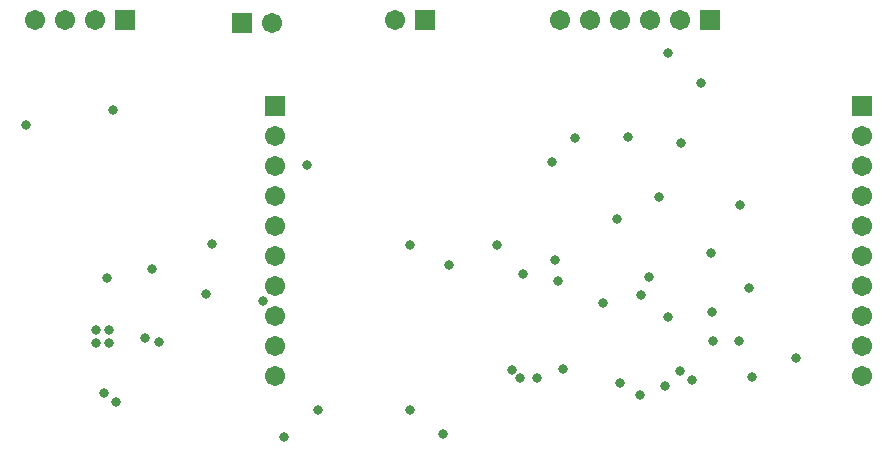
<source format=gbs>
G04 Layer_Color=16711935*
%FSLAX25Y25*%
%MOIN*%
G70*
G01*
G75*
%ADD50R,0.06706X0.06706*%
%ADD56C,0.06706*%
%ADD57R,0.06706X0.06706*%
%ADD58C,0.03300*%
D50*
X638500Y423500D02*
D03*
X443000D02*
D03*
D56*
X638500Y413500D02*
D03*
Y393500D02*
D03*
Y383500D02*
D03*
Y373500D02*
D03*
Y363500D02*
D03*
Y353500D02*
D03*
Y343500D02*
D03*
Y333500D02*
D03*
Y403500D02*
D03*
X443000Y413500D02*
D03*
Y393500D02*
D03*
Y383500D02*
D03*
Y373500D02*
D03*
Y363500D02*
D03*
Y353500D02*
D03*
Y343500D02*
D03*
Y333500D02*
D03*
Y403500D02*
D03*
X442000Y451000D02*
D03*
X383000Y452000D02*
D03*
X373000D02*
D03*
X363000D02*
D03*
X483000D02*
D03*
X538000D02*
D03*
X548000D02*
D03*
X558000D02*
D03*
X568000D02*
D03*
X578000D02*
D03*
D57*
X432000Y451000D02*
D03*
X393000Y452000D02*
D03*
X493000D02*
D03*
X588000D02*
D03*
D58*
X422000Y377553D02*
D03*
X488000Y377000D02*
D03*
X517000D02*
D03*
X402000Y369000D02*
D03*
X387000Y366000D02*
D03*
X383335Y348665D02*
D03*
X387665D02*
D03*
X383335Y344335D02*
D03*
X387665D02*
D03*
X446000Y313000D02*
D03*
X499000Y314000D02*
D03*
X488000Y322000D02*
D03*
X542815Y412700D02*
D03*
X453600Y403600D02*
D03*
X557000Y385800D02*
D03*
X501000Y370500D02*
D03*
X588400Y374500D02*
D03*
X600843Y362907D02*
D03*
X602000Y333000D02*
D03*
X537323Y364927D02*
D03*
X420000Y360600D02*
D03*
X525450Y367550D02*
D03*
X404300Y344900D02*
D03*
X597450Y345200D02*
D03*
X564500Y327000D02*
D03*
X457400Y322100D02*
D03*
X597800Y390317D02*
D03*
X588600Y354600D02*
D03*
X438900Y358500D02*
D03*
X567500Y366300D02*
D03*
X538878Y335800D02*
D03*
X389900Y324900D02*
D03*
X521900Y335400D02*
D03*
X536218Y372032D02*
D03*
X616700Y339300D02*
D03*
X530400Y332600D02*
D03*
X524500D02*
D03*
X535200Y404600D02*
D03*
X558000Y331000D02*
D03*
X385900Y327900D02*
D03*
X552100Y357800D02*
D03*
X564996Y360557D02*
D03*
X574000Y353000D02*
D03*
X589000Y345000D02*
D03*
X573000Y330000D02*
D03*
X582000Y332000D02*
D03*
X578000Y335000D02*
D03*
X399635Y346146D02*
D03*
X389000Y422000D02*
D03*
X360000Y417000D02*
D03*
X574000Y441000D02*
D03*
X585000Y431000D02*
D03*
X560532Y413000D02*
D03*
X571000Y393000D02*
D03*
X578382Y411000D02*
D03*
M02*

</source>
